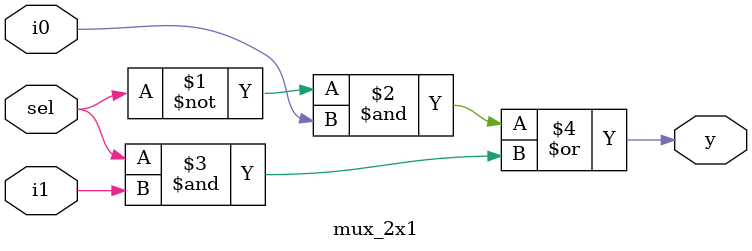
<source format=v>

module mux_2x1(i0,i1,sel,y);
input i0,i1,sel;
output y;
assign y=((~sel & i0 )|(sel & i1));
endmodule

</source>
